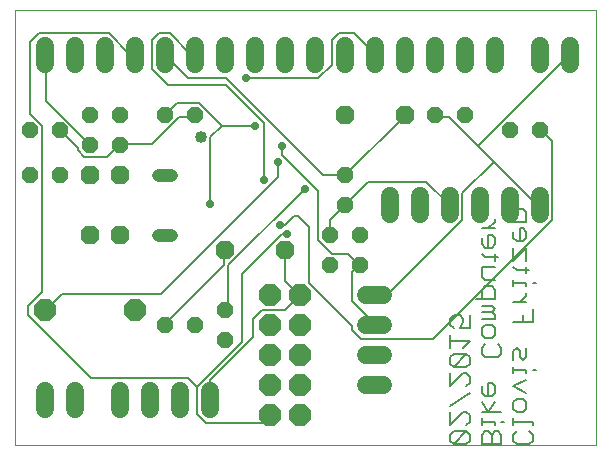
<source format=gbl>
G75*
%MOIN*%
%OFA0B0*%
%FSLAX25Y25*%
%IPPOS*%
%LPD*%
%AMOC8*
5,1,8,0,0,1.08239X$1,22.5*
%
%ADD10C,0.00000*%
%ADD11C,0.00600*%
%ADD12OC8,0.06300*%
%ADD13OC8,0.07500*%
%ADD14OC8,0.05200*%
%ADD15C,0.04400*%
%ADD16OC8,0.07400*%
%ADD17C,0.05937*%
%ADD18C,0.00800*%
%ADD19C,0.02800*%
%ADD20C,0.04000*%
D10*
X0001400Y0008000D02*
X0001400Y0152961D01*
X0195101Y0152961D01*
X0195101Y0008000D01*
X0001400Y0008000D01*
D11*
X0146700Y0009368D02*
X0147768Y0008300D01*
X0152038Y0012570D01*
X0147768Y0012570D01*
X0146700Y0011503D01*
X0146700Y0009368D01*
X0147768Y0008300D02*
X0152038Y0008300D01*
X0153105Y0009368D01*
X0153105Y0011503D01*
X0152038Y0012570D01*
X0152038Y0014745D02*
X0153105Y0015813D01*
X0153105Y0017948D01*
X0152038Y0019016D01*
X0150970Y0019016D01*
X0146700Y0014745D01*
X0146700Y0019016D01*
X0146700Y0021191D02*
X0153105Y0025461D01*
X0152038Y0027636D02*
X0153105Y0028704D01*
X0153105Y0030839D01*
X0152038Y0031907D01*
X0150970Y0031907D01*
X0146700Y0027636D01*
X0146700Y0031907D01*
X0147768Y0034082D02*
X0152038Y0038352D01*
X0147768Y0038352D01*
X0146700Y0037285D01*
X0146700Y0035150D01*
X0147768Y0034082D01*
X0152038Y0034082D01*
X0153105Y0035150D01*
X0153105Y0037285D01*
X0152038Y0038352D01*
X0150970Y0040527D02*
X0153105Y0042663D01*
X0146700Y0042663D01*
X0146700Y0044798D02*
X0146700Y0040527D01*
X0147768Y0046973D02*
X0146700Y0048041D01*
X0146700Y0050176D01*
X0147768Y0051243D01*
X0149903Y0051243D01*
X0150970Y0050176D01*
X0150970Y0049108D01*
X0149903Y0046973D01*
X0153105Y0046973D01*
X0153105Y0051243D01*
X0157200Y0050196D02*
X0161470Y0050196D01*
X0161470Y0051263D01*
X0160403Y0052331D01*
X0161470Y0053398D01*
X0160403Y0054466D01*
X0157200Y0054466D01*
X0157200Y0056641D02*
X0157200Y0059844D01*
X0158268Y0060912D01*
X0160403Y0060912D01*
X0161470Y0059844D01*
X0161470Y0056641D01*
X0155065Y0056641D01*
X0157200Y0052331D02*
X0160403Y0052331D01*
X0160403Y0048021D02*
X0158268Y0048021D01*
X0157200Y0046953D01*
X0157200Y0044818D01*
X0158268Y0043750D01*
X0160403Y0043750D01*
X0161470Y0044818D01*
X0161470Y0046953D01*
X0160403Y0048021D01*
X0162538Y0041575D02*
X0163605Y0040507D01*
X0163605Y0038372D01*
X0162538Y0037305D01*
X0158268Y0037305D01*
X0157200Y0038372D01*
X0157200Y0040507D01*
X0158268Y0041575D01*
X0167700Y0039433D02*
X0167700Y0036230D01*
X0167700Y0034069D02*
X0167700Y0031933D01*
X0167700Y0033001D02*
X0171970Y0033001D01*
X0171970Y0031933D01*
X0174105Y0033001D02*
X0175173Y0033001D01*
X0171970Y0029758D02*
X0167700Y0027623D01*
X0171970Y0025488D01*
X0170903Y0023313D02*
X0168768Y0023313D01*
X0167700Y0022245D01*
X0167700Y0020110D01*
X0168768Y0019042D01*
X0170903Y0019042D01*
X0171970Y0020110D01*
X0171970Y0022245D01*
X0170903Y0023313D01*
X0167700Y0016881D02*
X0167700Y0014745D01*
X0167700Y0015813D02*
X0174105Y0015813D01*
X0174105Y0014745D01*
X0173038Y0012570D02*
X0174105Y0011503D01*
X0174105Y0009368D01*
X0173038Y0008300D01*
X0168768Y0008300D01*
X0167700Y0009368D01*
X0167700Y0011503D01*
X0168768Y0012570D01*
X0164673Y0015813D02*
X0163605Y0015813D01*
X0161470Y0015813D02*
X0157200Y0015813D01*
X0157200Y0014745D02*
X0157200Y0016881D01*
X0157200Y0019042D02*
X0163605Y0019042D01*
X0161470Y0022245D02*
X0159335Y0019042D01*
X0157200Y0022245D01*
X0158268Y0024414D02*
X0160403Y0024414D01*
X0161470Y0025481D01*
X0161470Y0027616D01*
X0160403Y0028684D01*
X0159335Y0028684D01*
X0159335Y0024414D01*
X0158268Y0024414D02*
X0157200Y0025481D01*
X0157200Y0027616D01*
X0169835Y0037298D02*
X0170903Y0036230D01*
X0171970Y0037298D01*
X0171970Y0040501D01*
X0169835Y0039433D02*
X0169835Y0037298D01*
X0169835Y0039433D02*
X0168768Y0040501D01*
X0167700Y0039433D01*
X0167700Y0049121D02*
X0174105Y0049121D01*
X0174105Y0053392D01*
X0171970Y0055567D02*
X0167700Y0055567D01*
X0169835Y0055567D02*
X0171970Y0057702D01*
X0171970Y0058770D01*
X0171970Y0060938D02*
X0171970Y0062006D01*
X0167700Y0062006D01*
X0167700Y0063073D02*
X0167700Y0060938D01*
X0171970Y0065235D02*
X0171970Y0067370D01*
X0173038Y0066303D02*
X0168768Y0066303D01*
X0167700Y0067370D01*
X0167700Y0069532D02*
X0167700Y0073803D01*
X0168768Y0075978D02*
X0170903Y0075978D01*
X0171970Y0077045D01*
X0171970Y0079180D01*
X0170903Y0080248D01*
X0169835Y0080248D01*
X0169835Y0075978D01*
X0168768Y0075978D02*
X0167700Y0077045D01*
X0167700Y0079180D01*
X0167700Y0082423D02*
X0171970Y0082423D01*
X0171970Y0085626D01*
X0170903Y0086694D01*
X0167700Y0086694D01*
X0161470Y0083477D02*
X0161470Y0082410D01*
X0159335Y0080275D01*
X0157200Y0080275D02*
X0161470Y0080275D01*
X0160403Y0078100D02*
X0159335Y0078100D01*
X0159335Y0073829D01*
X0158268Y0073829D02*
X0160403Y0073829D01*
X0161470Y0074897D01*
X0161470Y0077032D01*
X0160403Y0078100D01*
X0157200Y0077032D02*
X0157200Y0074897D01*
X0158268Y0073829D01*
X0157200Y0071667D02*
X0158268Y0070600D01*
X0162538Y0070600D01*
X0161470Y0071667D02*
X0161470Y0069532D01*
X0161470Y0067357D02*
X0157200Y0067357D01*
X0157200Y0064154D01*
X0158268Y0063087D01*
X0161470Y0063087D01*
X0167700Y0069532D02*
X0171970Y0073803D01*
X0171970Y0069532D01*
X0174105Y0062006D02*
X0175173Y0062006D01*
X0170903Y0051257D02*
X0170903Y0049121D01*
X0161470Y0015813D02*
X0161470Y0014745D01*
X0161470Y0012570D02*
X0160403Y0011503D01*
X0160403Y0008300D01*
X0163605Y0008300D02*
X0157200Y0008300D01*
X0157200Y0011503D01*
X0158268Y0012570D01*
X0159335Y0012570D01*
X0160403Y0011503D01*
X0161470Y0012570D02*
X0162538Y0012570D01*
X0163605Y0011503D01*
X0163605Y0008300D01*
D12*
X0091400Y0073000D03*
X0071400Y0073000D03*
X0036400Y0078000D03*
X0026400Y0078000D03*
X0026400Y0098000D03*
X0036400Y0098000D03*
X0111400Y0118000D03*
X0131400Y0118000D03*
D13*
X0041400Y0053000D03*
X0011400Y0053000D03*
D14*
X0051400Y0048000D03*
X0061400Y0048000D03*
X0071400Y0043000D03*
X0071400Y0053000D03*
X0106400Y0068000D03*
X0116400Y0068000D03*
X0116400Y0078000D03*
X0106400Y0078000D03*
X0111400Y0088000D03*
X0111400Y0098000D03*
X0141400Y0118000D03*
X0151400Y0118000D03*
X0166400Y0113000D03*
X0176400Y0113000D03*
X0061400Y0118000D03*
X0051400Y0118000D03*
X0036400Y0118000D03*
X0026400Y0118000D03*
X0016400Y0113000D03*
X0026400Y0108000D03*
X0036400Y0108000D03*
X0016400Y0098000D03*
X0006400Y0098000D03*
X0006400Y0113000D03*
D15*
X0049200Y0098000D02*
X0053600Y0098000D01*
X0053600Y0078000D02*
X0049200Y0078000D01*
D16*
X0086400Y0058000D03*
X0096400Y0058000D03*
X0096400Y0048000D03*
X0086400Y0048000D03*
X0086400Y0038000D03*
X0096400Y0038000D03*
X0096400Y0028000D03*
X0086400Y0028000D03*
X0086400Y0018000D03*
X0096400Y0018000D03*
D17*
X0118431Y0028000D02*
X0124369Y0028000D01*
X0124369Y0038000D02*
X0118431Y0038000D01*
X0118431Y0048000D02*
X0124369Y0048000D01*
X0124369Y0058000D02*
X0118431Y0058000D01*
X0126400Y0085031D02*
X0126400Y0090969D01*
X0136400Y0090969D02*
X0136400Y0085031D01*
X0146400Y0085031D02*
X0146400Y0090969D01*
X0156400Y0090969D02*
X0156400Y0085031D01*
X0166400Y0085031D02*
X0166400Y0090969D01*
X0176400Y0090969D02*
X0176400Y0085031D01*
X0176400Y0135031D02*
X0176400Y0140969D01*
X0186400Y0140969D02*
X0186400Y0135031D01*
X0161400Y0135031D02*
X0161400Y0140969D01*
X0151400Y0140969D02*
X0151400Y0135031D01*
X0141400Y0135031D02*
X0141400Y0140969D01*
X0131400Y0140969D02*
X0131400Y0135031D01*
X0121400Y0135031D02*
X0121400Y0140969D01*
X0111400Y0140969D02*
X0111400Y0135031D01*
X0101400Y0135031D02*
X0101400Y0140969D01*
X0091400Y0140969D02*
X0091400Y0135031D01*
X0081400Y0135031D02*
X0081400Y0140969D01*
X0071400Y0140969D02*
X0071400Y0135031D01*
X0061400Y0135031D02*
X0061400Y0140969D01*
X0051400Y0140969D02*
X0051400Y0135031D01*
X0041400Y0135031D02*
X0041400Y0140969D01*
X0031400Y0140969D02*
X0031400Y0135031D01*
X0021400Y0135031D02*
X0021400Y0140969D01*
X0011400Y0140969D02*
X0011400Y0135031D01*
X0011400Y0025969D02*
X0011400Y0020031D01*
X0021400Y0020031D02*
X0021400Y0025969D01*
X0036400Y0025969D02*
X0036400Y0020031D01*
X0046400Y0020031D02*
X0046400Y0025969D01*
X0056400Y0025969D02*
X0056400Y0020031D01*
X0066400Y0020031D02*
X0066400Y0025969D01*
D18*
X0066400Y0023000D02*
X0066650Y0023000D01*
X0066650Y0029750D01*
X0080900Y0044000D01*
X0080900Y0050000D01*
X0083900Y0053000D01*
X0091400Y0053000D01*
X0096400Y0058000D01*
X0095900Y0058250D01*
X0091400Y0062750D01*
X0091400Y0073000D01*
X0090650Y0078500D02*
X0077150Y0065000D01*
X0077150Y0042500D01*
X0062150Y0027500D01*
X0059150Y0030500D01*
X0026900Y0030500D01*
X0005900Y0051500D01*
X0005900Y0054500D01*
X0010400Y0059000D01*
X0010400Y0114500D01*
X0006650Y0118250D01*
X0006650Y0142250D01*
X0009650Y0145250D01*
X0032900Y0145250D01*
X0039650Y0138500D01*
X0041150Y0138500D01*
X0041400Y0138000D01*
X0047150Y0133250D02*
X0052400Y0128000D01*
X0071900Y0128000D01*
X0084650Y0115250D01*
X0084650Y0096500D01*
X0089150Y0097250D02*
X0050150Y0058250D01*
X0017150Y0058250D01*
X0011900Y0053000D01*
X0011400Y0053000D01*
X0051400Y0048000D02*
X0051650Y0048500D01*
X0071150Y0068000D01*
X0071150Y0072500D01*
X0071400Y0073000D01*
X0072650Y0068000D02*
X0072650Y0053750D01*
X0071900Y0053000D01*
X0071400Y0053000D01*
X0072650Y0068000D02*
X0098150Y0093500D01*
X0102650Y0092750D02*
X0102650Y0076250D01*
X0107150Y0071750D01*
X0112400Y0071750D01*
X0116150Y0068000D01*
X0116400Y0068000D01*
X0116150Y0068000D02*
X0113900Y0065750D01*
X0113900Y0056000D01*
X0121400Y0048500D01*
X0121400Y0048000D01*
X0116900Y0043250D02*
X0140900Y0043250D01*
X0180650Y0083000D01*
X0180650Y0109250D01*
X0176900Y0113000D01*
X0176400Y0113000D01*
X0161150Y0102500D02*
X0150650Y0092000D01*
X0150650Y0083000D01*
X0125900Y0058250D01*
X0121400Y0058250D01*
X0121400Y0058000D01*
X0113900Y0047750D02*
X0113900Y0046250D01*
X0116900Y0043250D01*
X0113900Y0047750D02*
X0099650Y0062000D01*
X0099650Y0080750D01*
X0095900Y0084500D01*
X0094400Y0084500D01*
X0091400Y0081500D01*
X0089900Y0081500D01*
X0090650Y0078500D02*
X0092150Y0078500D01*
X0106400Y0078000D02*
X0106400Y0083000D01*
X0111400Y0088000D01*
X0119150Y0095750D01*
X0138650Y0095750D01*
X0146400Y0088000D01*
X0161150Y0102500D02*
X0155900Y0107750D01*
X0185900Y0137750D01*
X0186400Y0138000D01*
X0155900Y0107750D02*
X0146150Y0117500D01*
X0141650Y0117500D01*
X0141400Y0118000D01*
X0131400Y0118000D02*
X0131150Y0117500D01*
X0111650Y0098000D01*
X0111400Y0098000D01*
X0104150Y0098000D01*
X0071900Y0130250D01*
X0059150Y0130250D01*
X0051400Y0138000D01*
X0047150Y0133250D02*
X0047150Y0143000D01*
X0049400Y0145250D01*
X0053150Y0145250D01*
X0059900Y0138500D01*
X0061400Y0138500D01*
X0061400Y0138000D01*
X0078650Y0130250D02*
X0102650Y0130250D01*
X0107150Y0134750D01*
X0107150Y0143000D01*
X0109400Y0145250D01*
X0114650Y0145250D01*
X0121400Y0138500D01*
X0121400Y0138000D01*
X0090650Y0107750D02*
X0090650Y0104750D01*
X0102650Y0092750D01*
X0089150Y0097250D02*
X0089150Y0102500D01*
X0081650Y0114500D02*
X0070400Y0114500D01*
X0066650Y0110750D01*
X0066650Y0088250D01*
X0047150Y0108500D02*
X0036650Y0108500D01*
X0036400Y0108000D01*
X0035900Y0107750D01*
X0032150Y0104000D01*
X0024650Y0104000D01*
X0022400Y0106250D01*
X0022400Y0107000D01*
X0016400Y0113000D01*
X0026150Y0108500D02*
X0026400Y0108000D01*
X0026150Y0108500D02*
X0011900Y0122750D01*
X0011900Y0137750D01*
X0011400Y0138000D01*
X0047150Y0108500D02*
X0056150Y0117500D01*
X0061400Y0117500D01*
X0061400Y0118000D01*
X0062900Y0122000D02*
X0055400Y0122000D01*
X0051400Y0118000D01*
X0062900Y0122000D02*
X0070400Y0114500D01*
X0161150Y0102500D02*
X0176150Y0087500D01*
X0176400Y0088000D01*
X0086400Y0018000D02*
X0083900Y0015500D01*
X0065150Y0015500D01*
X0062150Y0018500D01*
X0062150Y0027500D01*
D19*
X0092150Y0078500D03*
X0089900Y0081500D03*
X0098150Y0093500D03*
X0089150Y0102500D03*
X0090650Y0107750D03*
X0081650Y0114500D03*
X0078650Y0130250D03*
X0084650Y0096500D03*
X0066650Y0088250D03*
D20*
X0063500Y0110600D03*
M02*

</source>
